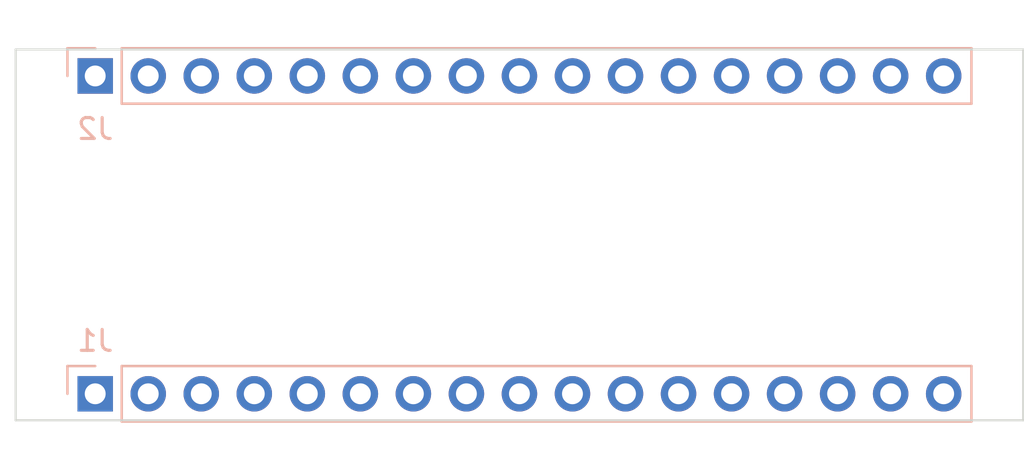
<source format=kicad_pcb>
(kicad_pcb (version 20241229) (generator "pcbnew") (generator_version "9.0")
  (title_block (date "sam. 04 avril 2015"))
  (layers (0 "F.Cu" signal) (2 "B.Cu" signal) (13 "F.Paste" user) (15 "B.Paste" user) (5 "F.SilkS" user "F.Silkscreen") (7 "B.SilkS" user "B.Silkscreen") (1 "F.Mask" user) (3 "B.Mask" user) (25 "Edge.Cuts" user))
  (net 0 "")
  (net 1 "/*D13")
  (net 4 "GND")
  (net 5 "/~{RESET}")
  (net 6 "VCC")
  (net 7 "/D14{slash}MISO")
  (net 8 "/D15{slash}SCK")
  (net 9 "/D12")
  (net 10 "/*D11")
  (net 11 "/*D10")
  (net 12 "/*D9")
  (net 13 "/D8")
  (net 14 "/D7")
  (net 15 "/*D6")
  (net 16 "/*D5")
  (net 17 "/D4")
  (net 18 "/*D3{slash}SCL")
  (net 19 "+5V")
  (net 20 "/A5")
  (net 21 "/A4")
  (net 22 "/A3")
  (net 23 "/A2")
  (net 24 "/A1")
  (net 25 "/A0")
  (net 26 "/AREF")
  (net 27 "/D2{slash}SDA")
  (net 28 "/D0{slash}RX")
  (net 29 "/D1{slash}TX")
  (net 30 "/D17{slash}SS")
  (net 31 "/D16{slash}MOSI")
  (net 32 "+3V3")
  (footprint "Arduino_MountingHole:MountingHole_1.2mm" (layer "F.Cu") (at 101.27 83.49)
    (property "Reference" "MH2" (hide yes))
    (property "Value" "MountingHole_1.2mm" (hide yes))
    (pad "" np_thru_hole circle (at 0 0) (size 1.2 1.2) (drill 1.2) (layers "*.Cu" "*.Mask" "In1.Cu" "In2.Cu" "In3.Cu" "In4.Cu" "In5.Cu" "In6.Cu" "In7.Cu" "In8.Cu" "In9.Cu" "In10.Cu" "In11.Cu" "In12.Cu" "In13.Cu" "In14.Cu" "In15.Cu" "In16.Cu" "In17.Cu" "In18.Cu" "In19.Cu" "In20.Cu" "In21.Cu" "In22.Cu" "In23.Cu" "In24.Cu" "In25.Cu" "In26.Cu" "In27.Cu" "In28.Cu" "In29.Cu" "In30.Cu"))
  )
  (footprint "Arduino_MountingHole:MountingHole_1.2mm" (layer "F.Cu") (at 146.99 98.73)
    (property "Reference" "MH4" (hide yes))
    (property "Value" "MountingHole_1.2mm" (hide yes))
    (pad "" np_thru_hole circle (at 0 0) (size 1.2 1.2) (drill 1.2) (layers "*.Cu" "*.Mask" "In1.Cu" "In2.Cu" "In3.Cu" "In4.Cu" "In5.Cu" "In6.Cu" "In7.Cu" "In8.Cu" "In9.Cu" "In10.Cu" "In11.Cu" "In12.Cu" "In13.Cu" "In14.Cu" "In15.Cu" "In16.Cu" "In17.Cu" "In18.Cu" "In19.Cu" "In20.Cu" "In21.Cu" "In22.Cu" "In23.Cu" "In24.Cu" "In25.Cu" "In26.Cu" "In27.Cu" "In28.Cu" "In29.Cu" "In30.Cu"))
  )
  (footprint "Arduino_MountingHole:MountingHole_1.2mm" (layer "F.Cu") (at 101.27 98.73)
    (property "Reference" "MH1" (hide yes))
    (property "Value" "MountingHole_1.2mm" (hide yes))
    (pad "" np_thru_hole circle (at 0 0) (size 1.2 1.2) (drill 1.2) (layers "*.Cu" "*.Mask" "In1.Cu" "In2.Cu" "In3.Cu" "In4.Cu" "In5.Cu" "In6.Cu" "In7.Cu" "In8.Cu" "In9.Cu" "In10.Cu" "In11.Cu" "In12.Cu" "In13.Cu" "In14.Cu" "In15.Cu" "In16.Cu" "In17.Cu" "In18.Cu" "In19.Cu" "In20.Cu" "In21.Cu" "In22.Cu" "In23.Cu" "In24.Cu" "In25.Cu" "In26.Cu" "In27.Cu" "In28.Cu" "In29.Cu" "In30.Cu"))
  )
  (footprint "Arduino_MountingHole:MountingHole_1.2mm" (layer "F.Cu") (at 146.99 83.49)
    (property "Reference" "MH3" (hide yes))
    (property "Value" "MountingHole_1.2mm" (hide yes))
    (pad "" np_thru_hole circle (at 0 0) (size 1.2 1.2) (drill 1.2) (layers "*.Cu" "*.Mask" "In1.Cu" "In2.Cu" "In3.Cu" "In4.Cu" "In5.Cu" "In6.Cu" "In7.Cu" "In8.Cu" "In9.Cu" "In10.Cu" "In11.Cu" "In12.Cu" "In13.Cu" "In14.Cu" "In15.Cu" "In16.Cu" "In17.Cu" "In18.Cu" "In19.Cu" "In20.Cu" "In21.Cu" "In22.Cu" "In23.Cu" "In24.Cu" "In25.Cu" "In26.Cu" "In27.Cu" "In28.Cu" "In29.Cu" "In30.Cu"))
  )
  (footprint "Connector_PinHeader_2.54mm:PinHeader_1x17_P2.54mm_Vertical" (layer "B.Cu") (at 103.81 98.73 -90)
    (property "Reference" "J1" (at -2.54 0 180) (layer "B.SilkS") (effects (justify mirror)))
    (property "Value" "Analog")
    (fp_line (start -1.33 1.33) (end 0 1.33) (stroke (width 0.12)) (layer "B.SilkS"))
    (fp_line (start -1.33 0) (end -1.33 1.33) (stroke (width 0.12)) (layer "B.SilkS"))
    (fp_line (start -1.33 -1.27) (end 1.33 -1.27) (stroke (width 0.12)) (layer "B.SilkS"))
    (fp_line (start -1.33 -1.27) (end -1.33 -41.97) (stroke (width 0.12)) (layer "B.SilkS"))
    (fp_line (start 1.33 -1.27) (end 1.33 -41.97) (stroke (width 0.12)) (layer "B.SilkS"))
    (fp_line (start -1.33 -41.97) (end 1.33 -41.97) (stroke (width 0.12)) (layer "B.SilkS"))
    (pad "1" thru_hole rect (at 0 0 270) (size 1.7 1.7) (drill 1) (layers "*.Cu" "*.Mask") (net 1 "/*D13"))
    (pad "2" thru_hole oval (at 0 -2.54 270) (size 1.7 1.7) (drill 1) (layers "*.Cu" "*.Mask") (net 32 "+3V3"))
    (pad "3" thru_hole oval (at 0 -5.08 270) (size 1.7 1.7) (drill 1) (layers "*.Cu" "*.Mask") (net 26 "/AREF"))
    (pad "4" thru_hole oval (at 0 -7.62 270) (size 1.7 1.7) (drill 1) (layers "*.Cu" "*.Mask") (net 25 "/A0"))
    (pad "5" thru_hole oval (at 0 -10.16 270) (size 1.7 1.7) (drill 1) (layers "*.Cu" "*.Mask") (net 24 "/A1"))
    (pad "6" thru_hole oval (at 0 -12.7 270) (size 1.7 1.7) (drill 1) (layers "*.Cu" "*.Mask") (net 23 "/A2"))
    (pad "7" thru_hole oval (at 0 -15.24 270) (size 1.7 1.7) (drill 1) (layers "*.Cu" "*.Mask") (net 22 "/A3"))
    (pad "8" thru_hole oval (at 0 -17.78 270) (size 1.7 1.7) (drill 1) (layers "*.Cu" "*.Mask") (net 21 "/A4"))
    (pad "9" thru_hole oval (at 0 -20.32 270) (size 1.7 1.7) (drill 1) (layers "*.Cu" "*.Mask") (net 20 "/A5"))
    (pad "10" thru_hole oval (at 0 -22.86 270) (size 1.7 1.7) (drill 1) (layers "*.Cu" "*.Mask"))
    (pad "11" thru_hole oval (at 0 -25.4 270) (size 1.7 1.7) (drill 1) (layers "*.Cu" "*.Mask"))
    (pad "12" thru_hole oval (at 0 -27.94 270) (size 1.7 1.7) (drill 1) (layers "*.Cu" "*.Mask") (net 19 "+5V"))
    (pad "13" thru_hole oval (at 0 -30.48 270) (size 1.7 1.7) (drill 1) (layers "*.Cu" "*.Mask") (net 5 "/~{RESET}"))
    (pad "14" thru_hole oval (at 0 -33.02 270) (size 1.7 1.7) (drill 1) (layers "*.Cu" "*.Mask") (net 4 "GND"))
    (pad "15" thru_hole oval (at 0 -35.56 270) (size 1.7 1.7) (drill 1) (layers "*.Cu" "*.Mask") (net 6 "VCC"))
    (pad "16" thru_hole oval (at 0 -38.1 270) (size 1.7 1.7) (drill 1) (layers "*.Cu" "*.Mask") (net 7 "/D14{slash}MISO"))
    (pad "17" thru_hole oval (at 0 -40.64 270) (size 1.7 1.7) (drill 1) (layers "*.Cu" "*.Mask") (net 8 "/D15{slash}SCK"))
  )
  (footprint "Connector_PinHeader_2.54mm:PinHeader_1x17_P2.54mm_Vertical" (layer "B.Cu") (at 103.81 83.49 -90)
    (property "Reference" "J2" (at 2.54 0 180) (layer "B.SilkS") (effects (justify mirror)))
    (property "Value" "Digital")
    (fp_line (start -1.33 1.33) (end 0 1.33) (stroke (width 0.12)) (layer "B.SilkS"))
    (fp_line (start -1.33 0) (end -1.33 1.33) (stroke (width 0.12)) (layer "B.SilkS"))
    (fp_line (start -1.33 -1.27) (end 1.33 -1.27) (stroke (width 0.12)) (layer "B.SilkS"))
    (fp_line (start -1.33 -1.27) (end -1.33 -41.97) (stroke (width 0.12)) (layer "B.SilkS"))
    (fp_line (start 1.33 -1.27) (end 1.33 -41.97) (stroke (width 0.12)) (layer "B.SilkS"))
    (fp_line (start -1.33 -41.97) (end 1.33 -41.97) (stroke (width 0.12)) (layer "B.SilkS"))
    (pad "1" thru_hole rect (at 0 0 270) (size 1.7 1.7) (drill 1) (layers "*.Cu" "*.Mask") (net 9 "/D12"))
    (pad "2" thru_hole oval (at 0 -2.54 270) (size 1.7 1.7) (drill 1) (layers "*.Cu" "*.Mask") (net 10 "/*D11"))
    (pad "3" thru_hole oval (at 0 -5.08 270) (size 1.7 1.7) (drill 1) (layers "*.Cu" "*.Mask") (net 11 "/*D10"))
    (pad "4" thru_hole oval (at 0 -7.62 270) (size 1.7 1.7) (drill 1) (layers "*.Cu" "*.Mask") (net 12 "/*D9"))
    (pad "5" thru_hole oval (at 0 -10.16 270) (size 1.7 1.7) (drill 1) (layers "*.Cu" "*.Mask") (net 13 "/D8"))
    (pad "6" thru_hole oval (at 0 -12.7 270) (size 1.7 1.7) (drill 1) (layers "*.Cu" "*.Mask") (net 14 "/D7"))
    (pad "7" thru_hole oval (at 0 -15.24 270) (size 1.7 1.7) (drill 1) (layers "*.Cu" "*.Mask") (net 15 "/*D6"))
    (pad "8" thru_hole oval (at 0 -17.78 270) (size 1.7 1.7) (drill 1) (layers "*.Cu" "*.Mask") (net 16 "/*D5"))
    (pad "9" thru_hole oval (at 0 -20.32 270) (size 1.7 1.7) (drill 1) (layers "*.Cu" "*.Mask") (net 17 "/D4"))
    (pad "10" thru_hole oval (at 0 -22.86 270) (size 1.7 1.7) (drill 1) (layers "*.Cu" "*.Mask") (net 18 "/*D3{slash}SCL"))
    (pad "11" thru_hole oval (at 0 -25.4 270) (size 1.7 1.7) (drill 1) (layers "*.Cu" "*.Mask") (net 27 "/D2{slash}SDA"))
    (pad "12" thru_hole oval (at 0 -27.94 270) (size 1.7 1.7) (drill 1) (layers "*.Cu" "*.Mask") (net 4 "GND"))
    (pad "13" thru_hole oval (at 0 -30.48 270) (size 1.7 1.7) (drill 1) (layers "*.Cu" "*.Mask") (net 5 "/~{RESET}"))
    (pad "14" thru_hole oval (at 0 -33.02 270) (size 1.7 1.7) (drill 1) (layers "*.Cu" "*.Mask") (net 28 "/D0{slash}RX"))
    (pad "15" thru_hole oval (at 0 -35.56 270) (size 1.7 1.7) (drill 1) (layers "*.Cu" "*.Mask") (net 29 "/D1{slash}TX"))
    (pad "16" thru_hole oval (at 0 -38.1 270) (size 1.7 1.7) (drill 1) (layers "*.Cu" "*.Mask") (net 30 "/D17{slash}SS"))
    (pad "17" thru_hole oval (at 0 -40.64 270) (size 1.7 1.7) (drill 1) (layers "*.Cu" "*.Mask") (net 31 "/D16{slash}MOSI"))
  )
  (gr_line (start 148.26 82.22) (end 100 82.22) (stroke (width 0.1)) (layer "Edge.Cuts"))
  (gr_line (start 100 82.22) (end 100 100) (stroke (width 0.1)) (layer "Edge.Cuts"))
  (gr_line (start 148.26 100) (end 148.26 82.22) (stroke (width 0.1)) (layer "Edge.Cuts"))
  (gr_line (start 100 100) (end 148.26 100) (stroke (width 0.1)) (layer "Edge.Cuts"))
)
</source>
